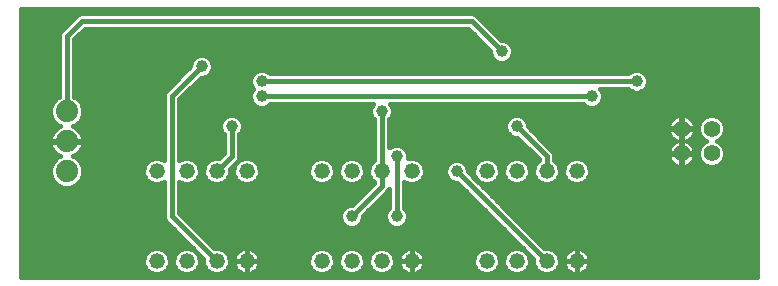
<source format=gbl>
G75*
%MOIN*%
%OFA0B0*%
%FSLAX24Y24*%
%IPPOS*%
%LPD*%
%AMOC8*
5,1,8,0,0,1.08239X$1,22.5*
%
%ADD10C,0.0520*%
%ADD11C,0.0554*%
%ADD12C,0.0740*%
%ADD13C,0.0160*%
%ADD14C,0.0396*%
D10*
X005180Y001180D03*
X006180Y001180D03*
X007180Y001180D03*
X008180Y001180D03*
X010680Y001180D03*
X011680Y001180D03*
X012680Y001180D03*
X013680Y001180D03*
X016180Y001180D03*
X017180Y001180D03*
X018180Y001180D03*
X019180Y001180D03*
X019180Y004180D03*
X018180Y004180D03*
X017180Y004180D03*
X016180Y004180D03*
X013680Y004180D03*
X012680Y004180D03*
X011680Y004180D03*
X010680Y004180D03*
X008180Y004180D03*
X007180Y004180D03*
X006180Y004180D03*
X005180Y004180D03*
D11*
X022680Y004770D03*
X023680Y004770D03*
X023680Y005600D03*
X022680Y005600D03*
D12*
X002180Y005180D03*
X002180Y006180D03*
X002180Y004180D03*
D13*
X000660Y000660D02*
X000660Y009570D01*
X025192Y009570D01*
X025192Y000660D01*
X000660Y000660D01*
X000660Y000814D02*
X004924Y000814D01*
X004931Y000807D02*
X005092Y000740D01*
X005268Y000740D01*
X005429Y000807D01*
X005553Y000931D01*
X005620Y001092D01*
X005620Y001268D01*
X005553Y001429D01*
X005429Y001553D01*
X005268Y001620D01*
X005092Y001620D01*
X004931Y001553D01*
X004807Y001429D01*
X004740Y001268D01*
X004740Y001092D01*
X004807Y000931D01*
X004931Y000807D01*
X004790Y000973D02*
X000660Y000973D01*
X000660Y001131D02*
X004740Y001131D01*
X004749Y001290D02*
X000660Y001290D01*
X000660Y001448D02*
X004826Y001448D01*
X005060Y001607D02*
X000660Y001607D01*
X000660Y001765D02*
X006227Y001765D01*
X006069Y001924D02*
X000660Y001924D01*
X000660Y002082D02*
X005910Y002082D01*
X005752Y002241D02*
X000660Y002241D01*
X000660Y002399D02*
X005593Y002399D01*
X005460Y002533D02*
X006740Y001252D01*
X006740Y001092D01*
X006807Y000931D01*
X006931Y000807D01*
X007092Y000740D01*
X007268Y000740D01*
X007429Y000807D01*
X007553Y000931D01*
X007620Y001092D01*
X007620Y001268D01*
X007553Y001429D01*
X007429Y001553D01*
X007268Y001620D01*
X007108Y001620D01*
X005940Y002788D01*
X005940Y003803D01*
X006092Y003740D01*
X006268Y003740D01*
X006429Y003807D01*
X006553Y003931D01*
X006620Y004092D01*
X006620Y004268D01*
X006553Y004429D01*
X006429Y004553D01*
X006268Y004620D01*
X006092Y004620D01*
X005940Y004557D01*
X005940Y006572D01*
X006670Y007302D01*
X006755Y007302D01*
X006894Y007359D01*
X007001Y007466D01*
X007058Y007605D01*
X007058Y007755D01*
X007001Y007894D01*
X006894Y008001D01*
X006755Y008058D01*
X006605Y008058D01*
X006466Y008001D01*
X006359Y007894D01*
X006302Y007755D01*
X006302Y007670D01*
X005460Y006827D01*
X005420Y006732D01*
X005420Y004557D01*
X005268Y004620D01*
X005092Y004620D01*
X004931Y004553D01*
X004807Y004429D01*
X004740Y004268D01*
X004740Y004092D01*
X004807Y003931D01*
X004931Y003807D01*
X005092Y003740D01*
X005268Y003740D01*
X005420Y003803D01*
X005420Y002628D01*
X005460Y002533D01*
X005449Y002558D02*
X000660Y002558D01*
X000660Y002716D02*
X005420Y002716D01*
X005420Y002875D02*
X000660Y002875D01*
X000660Y003033D02*
X005420Y003033D01*
X005420Y003192D02*
X000660Y003192D01*
X000660Y003350D02*
X005420Y003350D01*
X005420Y003509D02*
X000660Y003509D01*
X000660Y003667D02*
X001981Y003667D01*
X002071Y003630D02*
X001868Y003714D01*
X001714Y003868D01*
X001630Y004071D01*
X001630Y004289D01*
X001714Y004492D01*
X001868Y004646D01*
X001950Y004680D01*
X001892Y004710D01*
X001822Y004760D01*
X001760Y004822D01*
X001710Y004892D01*
X001670Y004969D01*
X001644Y005051D01*
X001630Y005137D01*
X001630Y005160D01*
X002160Y005160D01*
X002160Y005200D01*
X001630Y005200D01*
X001630Y005223D01*
X001644Y005309D01*
X001670Y005391D01*
X001710Y005468D01*
X001760Y005538D01*
X001822Y005600D01*
X001892Y005650D01*
X001950Y005680D01*
X001868Y005714D01*
X001714Y005868D01*
X001630Y006071D01*
X001630Y006289D01*
X001714Y006492D01*
X001868Y006646D01*
X001920Y006668D01*
X001920Y008732D01*
X001960Y008827D01*
X002460Y009327D01*
X002533Y009400D01*
X002628Y009440D01*
X015732Y009440D01*
X015827Y009400D01*
X016670Y008558D01*
X016755Y008558D01*
X016894Y008501D01*
X017001Y008394D01*
X017058Y008255D01*
X017058Y008105D01*
X025192Y008105D01*
X025192Y008264D02*
X017055Y008264D01*
X017058Y008105D02*
X017001Y007966D01*
X016894Y007859D01*
X016755Y007802D01*
X016605Y007802D01*
X016466Y007859D01*
X016359Y007966D01*
X016302Y008105D01*
X002440Y008105D01*
X002440Y008264D02*
X016229Y008264D01*
X016302Y008190D02*
X016302Y008105D01*
X016302Y008190D02*
X015572Y008920D01*
X002788Y008920D01*
X002440Y008572D01*
X002440Y006668D01*
X002492Y006646D01*
X002646Y006492D01*
X002730Y006289D01*
X002730Y006071D01*
X002646Y005868D01*
X002492Y005714D01*
X002410Y005680D01*
X002468Y005650D01*
X002538Y005600D01*
X002600Y005538D01*
X002650Y005468D01*
X002690Y005391D01*
X002716Y005309D01*
X002730Y005223D01*
X002730Y005200D01*
X002200Y005200D01*
X002200Y005160D01*
X002730Y005160D01*
X002730Y005137D01*
X002716Y005051D01*
X002690Y004969D01*
X002650Y004892D01*
X002600Y004822D01*
X002538Y004760D01*
X002468Y004710D01*
X002410Y004680D01*
X002492Y004646D01*
X002646Y004492D01*
X002730Y004289D01*
X002730Y004071D01*
X002646Y003868D01*
X002492Y003714D01*
X002289Y003630D01*
X002071Y003630D01*
X002379Y003667D02*
X005420Y003667D01*
X005940Y003667D02*
X012299Y003667D01*
X012420Y003788D02*
X011690Y003058D01*
X011605Y003058D01*
X011466Y003001D01*
X011359Y002894D01*
X011302Y002755D01*
X011302Y002605D01*
X011359Y002466D01*
X011466Y002359D01*
X011605Y002302D01*
X011755Y002302D01*
X011894Y002359D01*
X012001Y002466D01*
X012058Y002605D01*
X012058Y002690D01*
X012827Y003460D01*
X012900Y003533D01*
X012920Y003580D01*
X012920Y002955D01*
X012859Y002894D01*
X012802Y002755D01*
X012802Y002605D01*
X012859Y002466D01*
X012966Y002359D01*
X013105Y002302D01*
X013255Y002302D01*
X013394Y002359D01*
X013501Y002466D01*
X013558Y002605D01*
X013558Y002755D01*
X013501Y002894D01*
X013440Y002955D01*
X013440Y003803D01*
X013592Y003740D01*
X013768Y003740D01*
X013929Y003807D01*
X014053Y003931D01*
X014120Y004092D01*
X014120Y004268D01*
X014053Y004429D01*
X013929Y004553D01*
X013768Y004620D01*
X013592Y004620D01*
X013558Y004606D01*
X013558Y004755D01*
X013501Y004894D01*
X013394Y005001D01*
X013255Y005058D01*
X013105Y005058D01*
X012966Y005001D01*
X012940Y004975D01*
X012940Y005905D01*
X013001Y005966D01*
X013058Y006105D01*
X013058Y006255D01*
X013001Y006394D01*
X012975Y006420D01*
X019405Y006420D01*
X019466Y006359D01*
X019605Y006302D01*
X019755Y006302D01*
X019894Y006359D01*
X020001Y006466D01*
X020058Y006605D01*
X020058Y006755D01*
X020001Y006894D01*
X019975Y006920D01*
X020905Y006920D01*
X020966Y006859D01*
X021105Y006802D01*
X021255Y006802D01*
X021394Y006859D01*
X021501Y006966D01*
X021558Y007105D01*
X021558Y007255D01*
X021501Y007394D01*
X021394Y007501D01*
X021255Y007558D01*
X021105Y007558D01*
X020966Y007501D01*
X020905Y007440D01*
X008955Y007440D01*
X008894Y007501D01*
X008755Y007558D01*
X008605Y007558D01*
X008466Y007501D01*
X008359Y007394D01*
X008302Y007255D01*
X008302Y007105D01*
X008359Y006966D01*
X008395Y006930D01*
X008359Y006894D01*
X008302Y006755D01*
X008302Y006605D01*
X008359Y006466D01*
X008466Y006359D01*
X008605Y006302D01*
X008755Y006302D01*
X008894Y006359D01*
X008955Y006420D01*
X012385Y006420D01*
X012359Y006394D01*
X012302Y006255D01*
X012302Y006105D01*
X012359Y005966D01*
X012420Y005905D01*
X012420Y004542D01*
X012307Y004429D01*
X012240Y004268D01*
X012240Y004092D01*
X012307Y003931D01*
X012420Y003818D01*
X012420Y003788D01*
X012412Y003826D02*
X011948Y003826D01*
X011929Y003807D02*
X012053Y003931D01*
X012120Y004092D01*
X012120Y004268D01*
X012053Y004429D01*
X011929Y004553D01*
X011768Y004620D01*
X011592Y004620D01*
X011431Y004553D01*
X011307Y004429D01*
X011240Y004268D01*
X011240Y004092D01*
X011307Y003931D01*
X011431Y003807D01*
X011592Y003740D01*
X011768Y003740D01*
X011929Y003807D01*
X012075Y003984D02*
X012285Y003984D01*
X012240Y004143D02*
X012120Y004143D01*
X012106Y004301D02*
X012254Y004301D01*
X012337Y004460D02*
X012023Y004460D01*
X011772Y004618D02*
X012420Y004618D01*
X012420Y004777D02*
X007940Y004777D01*
X007940Y004935D02*
X012420Y004935D01*
X012420Y005094D02*
X007940Y005094D01*
X007940Y005252D02*
X012420Y005252D01*
X012420Y005411D02*
X007945Y005411D01*
X007940Y005405D02*
X008001Y005466D01*
X008058Y005605D01*
X008058Y005755D01*
X008001Y005894D01*
X007894Y006001D01*
X007755Y006058D01*
X007605Y006058D01*
X007466Y006001D01*
X007359Y005894D01*
X007302Y005755D01*
X007302Y005605D01*
X007359Y005466D01*
X007420Y005405D01*
X007420Y004788D01*
X007252Y004620D01*
X007092Y004620D01*
X006931Y004553D01*
X006807Y004429D01*
X006740Y004268D01*
X006740Y004092D01*
X006807Y003931D01*
X006931Y003807D01*
X007092Y003740D01*
X007268Y003740D01*
X007429Y003807D01*
X007553Y003931D01*
X007620Y004092D01*
X007620Y004252D01*
X007900Y004533D01*
X007940Y004628D01*
X007940Y005405D01*
X008043Y005569D02*
X012420Y005569D01*
X012420Y005728D02*
X008058Y005728D01*
X008004Y005886D02*
X012420Y005886D01*
X012327Y006045D02*
X007788Y006045D01*
X007572Y006045D02*
X005940Y006045D01*
X005940Y006203D02*
X012302Y006203D01*
X012346Y006362D02*
X008896Y006362D01*
X008464Y006362D02*
X005940Y006362D01*
X005940Y006520D02*
X008337Y006520D01*
X008302Y006679D02*
X006046Y006679D01*
X006205Y006837D02*
X008336Y006837D01*
X008680Y006680D02*
X019680Y006680D01*
X020058Y006679D02*
X025192Y006679D01*
X025192Y006837D02*
X021340Y006837D01*
X021020Y006837D02*
X020024Y006837D01*
X020023Y006520D02*
X025192Y006520D01*
X025192Y006362D02*
X019896Y006362D01*
X019464Y006362D02*
X013014Y006362D01*
X013058Y006203D02*
X025192Y006203D01*
X025192Y006045D02*
X023801Y006045D01*
X023771Y006057D02*
X023939Y005988D01*
X024068Y005859D01*
X024137Y005691D01*
X024137Y005509D01*
X024068Y005341D01*
X023939Y005212D01*
X023873Y005185D01*
X023939Y005158D01*
X024068Y005029D01*
X024137Y004861D01*
X024137Y004679D01*
X024068Y004511D01*
X023939Y004382D01*
X023771Y004313D01*
X023589Y004313D01*
X023421Y004382D01*
X023292Y004511D01*
X023223Y004679D01*
X023223Y004861D01*
X023292Y005029D01*
X023421Y005158D01*
X023487Y005185D01*
X023421Y005212D01*
X023292Y005341D01*
X023223Y005509D01*
X023223Y005691D01*
X023292Y005859D01*
X023421Y005988D01*
X023589Y006057D01*
X023771Y006057D01*
X023559Y006045D02*
X022791Y006045D01*
X022787Y006046D02*
X022716Y006057D01*
X022689Y006057D01*
X022689Y005609D01*
X022671Y005609D01*
X022671Y006057D01*
X022644Y006057D01*
X022573Y006046D01*
X022505Y006024D01*
X022440Y005991D01*
X022382Y005949D01*
X022331Y005898D01*
X022289Y005840D01*
X022256Y005775D01*
X022234Y005707D01*
X022223Y005636D01*
X022223Y005609D01*
X022671Y005609D01*
X022671Y005591D01*
X022223Y005591D01*
X022223Y005564D01*
X022234Y005493D01*
X022256Y005425D01*
X022289Y005360D01*
X022331Y005302D01*
X022382Y005251D01*
X022440Y005209D01*
X022487Y005185D01*
X022440Y005161D01*
X022382Y005119D01*
X022331Y005068D01*
X022289Y005010D01*
X022256Y004945D01*
X022234Y004877D01*
X022223Y004806D01*
X022223Y004779D01*
X022671Y004779D01*
X022671Y005227D01*
X022671Y005591D01*
X022689Y005591D01*
X022689Y005609D01*
X023137Y005609D01*
X023137Y005636D01*
X023126Y005707D01*
X023104Y005775D01*
X023071Y005840D01*
X023029Y005898D01*
X022978Y005949D01*
X022920Y005991D01*
X022855Y006024D01*
X022787Y006046D01*
X022689Y006045D02*
X022671Y006045D01*
X022569Y006045D02*
X017288Y006045D01*
X017255Y006058D02*
X017105Y006058D01*
X016966Y006001D01*
X016859Y005894D01*
X016802Y005755D01*
X016802Y005605D01*
X016859Y005466D01*
X016966Y005359D01*
X017105Y005302D01*
X017190Y005302D01*
X017920Y004572D01*
X017920Y004542D01*
X017807Y004429D01*
X017740Y004268D01*
X017740Y004092D01*
X017807Y003931D01*
X017931Y003807D01*
X018092Y003740D01*
X018268Y003740D01*
X018429Y003807D01*
X018553Y003931D01*
X018620Y004092D01*
X018620Y004268D01*
X018553Y004429D01*
X018440Y004542D01*
X018440Y004732D01*
X018400Y004827D01*
X018327Y004900D01*
X017558Y005670D01*
X017558Y005755D01*
X017501Y005894D01*
X017394Y006001D01*
X017255Y006058D01*
X017072Y006045D02*
X013033Y006045D01*
X012680Y006180D02*
X012680Y004180D01*
X012680Y003680D01*
X011680Y002680D01*
X012039Y002558D02*
X012821Y002558D01*
X012926Y002399D02*
X011934Y002399D01*
X011426Y002399D02*
X006329Y002399D01*
X006170Y002558D02*
X011321Y002558D01*
X011302Y002716D02*
X006012Y002716D01*
X005940Y002875D02*
X011351Y002875D01*
X011544Y003033D02*
X005940Y003033D01*
X005940Y003192D02*
X011824Y003192D01*
X011982Y003350D02*
X005940Y003350D01*
X005940Y003509D02*
X012141Y003509D01*
X012559Y003192D02*
X012920Y003192D01*
X012920Y003033D02*
X012401Y003033D01*
X012242Y002875D02*
X012851Y002875D01*
X012802Y002716D02*
X012084Y002716D01*
X013180Y002680D02*
X013180Y004680D01*
X013460Y004935D02*
X017557Y004935D01*
X017716Y004777D02*
X013549Y004777D01*
X013558Y004618D02*
X013588Y004618D01*
X013772Y004618D02*
X016088Y004618D01*
X016092Y004620D02*
X015931Y004553D01*
X015807Y004429D01*
X015740Y004268D01*
X015740Y004092D01*
X015807Y003931D01*
X015931Y003807D01*
X016092Y003740D01*
X016268Y003740D01*
X016429Y003807D01*
X016553Y003931D01*
X016620Y004092D01*
X016620Y004268D01*
X016553Y004429D01*
X016429Y004553D01*
X016268Y004620D01*
X016092Y004620D01*
X016272Y004618D02*
X017088Y004618D01*
X017092Y004620D02*
X016931Y004553D01*
X016807Y004429D01*
X016740Y004268D01*
X016740Y004092D01*
X016807Y003931D01*
X016931Y003807D01*
X017092Y003740D01*
X017268Y003740D01*
X017429Y003807D01*
X017553Y003931D01*
X017620Y004092D01*
X017620Y004268D01*
X017553Y004429D01*
X017429Y004553D01*
X017268Y004620D01*
X017092Y004620D01*
X017272Y004618D02*
X017874Y004618D01*
X017837Y004460D02*
X017523Y004460D01*
X017606Y004301D02*
X017754Y004301D01*
X017740Y004143D02*
X017620Y004143D01*
X017575Y003984D02*
X017785Y003984D01*
X017912Y003826D02*
X017448Y003826D01*
X016912Y003826D02*
X016448Y003826D01*
X016061Y003667D02*
X025192Y003667D01*
X025192Y003826D02*
X019448Y003826D01*
X019429Y003807D02*
X019553Y003931D01*
X019620Y004092D01*
X019620Y004268D01*
X019553Y004429D01*
X019429Y004553D01*
X019268Y004620D01*
X019092Y004620D01*
X018931Y004553D01*
X018807Y004429D01*
X018740Y004268D01*
X018740Y004092D01*
X018807Y003931D01*
X018931Y003807D01*
X019092Y003740D01*
X019268Y003740D01*
X019429Y003807D01*
X019575Y003984D02*
X025192Y003984D01*
X025192Y004143D02*
X019620Y004143D01*
X019606Y004301D02*
X025192Y004301D01*
X025192Y004460D02*
X024016Y004460D01*
X024112Y004618D02*
X025192Y004618D01*
X025192Y004777D02*
X024137Y004777D01*
X024106Y004935D02*
X025192Y004935D01*
X025192Y005094D02*
X024003Y005094D01*
X023979Y005252D02*
X025192Y005252D01*
X025192Y005411D02*
X024096Y005411D01*
X024137Y005569D02*
X025192Y005569D01*
X025192Y005728D02*
X024122Y005728D01*
X024041Y005886D02*
X025192Y005886D01*
X023319Y005886D02*
X023037Y005886D01*
X023119Y005728D02*
X023238Y005728D01*
X023223Y005569D02*
X023137Y005569D01*
X023137Y005564D02*
X023137Y005591D01*
X022689Y005591D01*
X022689Y004779D01*
X023137Y004779D01*
X023137Y004806D01*
X023126Y004877D01*
X023104Y004945D01*
X023071Y005010D01*
X023029Y005068D01*
X022978Y005119D01*
X022920Y005161D01*
X022873Y005185D01*
X022920Y005209D01*
X022978Y005251D01*
X023029Y005302D01*
X023071Y005360D01*
X023104Y005425D01*
X023126Y005493D01*
X023137Y005564D01*
X023097Y005411D02*
X023264Y005411D01*
X023381Y005252D02*
X022979Y005252D01*
X023003Y005094D02*
X023357Y005094D01*
X023254Y004935D02*
X023107Y004935D01*
X023223Y004777D02*
X022689Y004777D01*
X022689Y004779D02*
X022689Y004761D01*
X023137Y004761D01*
X023137Y004734D01*
X023126Y004663D01*
X023104Y004595D01*
X023071Y004530D01*
X023029Y004472D01*
X022978Y004421D01*
X022920Y004379D01*
X022855Y004346D01*
X022787Y004324D01*
X022716Y004313D01*
X022689Y004313D01*
X022689Y004761D01*
X022671Y004761D01*
X022223Y004761D01*
X022223Y004734D01*
X022234Y004663D01*
X022256Y004595D01*
X022289Y004530D01*
X022331Y004472D01*
X022382Y004421D01*
X022440Y004379D01*
X022505Y004346D01*
X022573Y004324D01*
X022644Y004313D01*
X022671Y004313D01*
X022671Y004761D01*
X022671Y004779D01*
X022689Y004779D01*
X022671Y004777D02*
X018421Y004777D01*
X018293Y004935D02*
X022253Y004935D01*
X022671Y004935D02*
X022689Y004935D01*
X022689Y005094D02*
X022671Y005094D01*
X022671Y005252D02*
X022689Y005252D01*
X022381Y005252D02*
X017976Y005252D01*
X018134Y005094D02*
X022357Y005094D01*
X022263Y005411D02*
X017817Y005411D01*
X017659Y005569D02*
X022223Y005569D01*
X022241Y005728D02*
X017558Y005728D01*
X017504Y005886D02*
X022323Y005886D01*
X022671Y005886D02*
X022689Y005886D01*
X022689Y005728D02*
X022671Y005728D01*
X022671Y005569D02*
X022689Y005569D01*
X022689Y005411D02*
X022671Y005411D01*
X022671Y004618D02*
X022689Y004618D01*
X022689Y004460D02*
X022671Y004460D01*
X022344Y004460D02*
X019523Y004460D01*
X019272Y004618D02*
X022249Y004618D01*
X023016Y004460D02*
X023344Y004460D01*
X023248Y004618D02*
X023111Y004618D01*
X025192Y003509D02*
X016219Y003509D01*
X016378Y003350D02*
X025192Y003350D01*
X025192Y003192D02*
X016536Y003192D01*
X016695Y003033D02*
X025192Y003033D01*
X025192Y002875D02*
X016853Y002875D01*
X017012Y002716D02*
X025192Y002716D01*
X025192Y002558D02*
X017170Y002558D01*
X017329Y002399D02*
X025192Y002399D01*
X025192Y002241D02*
X017487Y002241D01*
X017646Y002082D02*
X025192Y002082D01*
X025192Y001924D02*
X017804Y001924D01*
X017963Y001765D02*
X025192Y001765D01*
X025192Y001607D02*
X019291Y001607D01*
X019283Y001609D02*
X019215Y001620D01*
X019180Y001620D01*
X019180Y001180D01*
X019180Y001180D01*
X019620Y001180D01*
X019620Y001215D01*
X019609Y001283D01*
X019588Y001349D01*
X019556Y001411D01*
X019516Y001467D01*
X019467Y001516D01*
X019411Y001556D01*
X019349Y001588D01*
X019283Y001609D01*
X019180Y001607D02*
X019180Y001607D01*
X019180Y001620D02*
X019145Y001620D01*
X019077Y001609D01*
X019011Y001588D01*
X018949Y001556D01*
X018893Y001516D01*
X018844Y001467D01*
X018804Y001411D01*
X018772Y001349D01*
X018751Y001283D01*
X018740Y001215D01*
X018740Y001180D01*
X019180Y001180D01*
X019180Y001180D01*
X019180Y001180D01*
X019180Y001620D01*
X019069Y001607D02*
X018300Y001607D01*
X018268Y001620D02*
X018108Y001620D01*
X015558Y004170D01*
X015558Y004255D01*
X015501Y004394D01*
X015394Y004501D01*
X015255Y004558D01*
X015105Y004558D01*
X014966Y004501D01*
X014859Y004394D01*
X014802Y004255D01*
X014802Y004105D01*
X014859Y003966D01*
X014966Y003859D01*
X015105Y003802D01*
X015190Y003802D01*
X017740Y001252D01*
X017740Y001092D01*
X017807Y000931D01*
X017931Y000807D01*
X018092Y000740D01*
X018268Y000740D01*
X018429Y000807D01*
X018553Y000931D01*
X018620Y001092D01*
X018620Y001268D01*
X018553Y001429D01*
X018429Y001553D01*
X018268Y001620D01*
X018534Y001448D02*
X018831Y001448D01*
X018753Y001290D02*
X018611Y001290D01*
X018740Y001180D02*
X018740Y001145D01*
X018751Y001077D01*
X018772Y001011D01*
X018804Y000949D01*
X018844Y000893D01*
X018893Y000844D01*
X018949Y000804D01*
X019011Y000772D01*
X019077Y000751D01*
X019145Y000740D01*
X019180Y000740D01*
X019215Y000740D01*
X019283Y000751D01*
X019349Y000772D01*
X019411Y000804D01*
X019467Y000844D01*
X019516Y000893D01*
X019556Y000949D01*
X019588Y001011D01*
X019609Y001077D01*
X019620Y001145D01*
X019620Y001180D01*
X019180Y001180D01*
X019180Y000740D01*
X019180Y001180D01*
X019180Y001180D01*
X018740Y001180D01*
X018742Y001131D02*
X018620Y001131D01*
X018570Y000973D02*
X018792Y000973D01*
X018935Y000814D02*
X018436Y000814D01*
X017924Y000814D02*
X017436Y000814D01*
X017429Y000807D02*
X017553Y000931D01*
X017620Y001092D01*
X017620Y001268D01*
X017553Y001429D01*
X017429Y001553D01*
X017268Y001620D01*
X017092Y001620D01*
X016931Y001553D01*
X016807Y001429D01*
X016740Y001268D01*
X016740Y001092D01*
X016807Y000931D01*
X016931Y000807D01*
X017092Y000740D01*
X017268Y000740D01*
X017429Y000807D01*
X017570Y000973D02*
X017790Y000973D01*
X017740Y001131D02*
X017620Y001131D01*
X017611Y001290D02*
X017703Y001290D01*
X017544Y001448D02*
X017534Y001448D01*
X017386Y001607D02*
X017300Y001607D01*
X017060Y001607D02*
X016300Y001607D01*
X016268Y001620D02*
X016429Y001553D01*
X016553Y001429D01*
X016620Y001268D01*
X016620Y001092D01*
X016553Y000931D01*
X016429Y000807D01*
X016268Y000740D01*
X016092Y000740D01*
X015931Y000807D01*
X015807Y000931D01*
X015740Y001092D01*
X015740Y001268D01*
X015807Y001429D01*
X015931Y001553D01*
X016092Y001620D01*
X016268Y001620D01*
X016060Y001607D02*
X013791Y001607D01*
X013783Y001609D02*
X013715Y001620D01*
X013680Y001620D01*
X013680Y001180D01*
X013680Y001180D01*
X014120Y001180D01*
X014120Y001215D01*
X014109Y001283D01*
X014088Y001349D01*
X014056Y001411D01*
X014016Y001467D01*
X013967Y001516D01*
X013911Y001556D01*
X013849Y001588D01*
X013783Y001609D01*
X013680Y001607D02*
X013680Y001607D01*
X013680Y001620D02*
X013645Y001620D01*
X013577Y001609D01*
X013511Y001588D01*
X013449Y001556D01*
X013393Y001516D01*
X013344Y001467D01*
X013304Y001411D01*
X013272Y001349D01*
X013251Y001283D01*
X013240Y001215D01*
X013240Y001180D01*
X013680Y001180D01*
X013680Y001180D01*
X013680Y001180D01*
X013680Y001620D01*
X013569Y001607D02*
X012800Y001607D01*
X012768Y001620D02*
X012592Y001620D01*
X012431Y001553D01*
X012307Y001429D01*
X012240Y001268D01*
X012240Y001092D01*
X012307Y000931D01*
X012431Y000807D01*
X012592Y000740D01*
X012768Y000740D01*
X012929Y000807D01*
X013053Y000931D01*
X013120Y001092D01*
X013120Y001268D01*
X013053Y001429D01*
X012929Y001553D01*
X012768Y001620D01*
X012560Y001607D02*
X011800Y001607D01*
X011768Y001620D02*
X011592Y001620D01*
X011431Y001553D01*
X011307Y001429D01*
X011240Y001268D01*
X011240Y001092D01*
X011307Y000931D01*
X011431Y000807D01*
X011592Y000740D01*
X011768Y000740D01*
X011929Y000807D01*
X012053Y000931D01*
X012120Y001092D01*
X012120Y001268D01*
X012053Y001429D01*
X011929Y001553D01*
X011768Y001620D01*
X011560Y001607D02*
X010800Y001607D01*
X010768Y001620D02*
X010592Y001620D01*
X010431Y001553D01*
X010307Y001429D01*
X010240Y001268D01*
X010240Y001092D01*
X010307Y000931D01*
X010431Y000807D01*
X010592Y000740D01*
X010768Y000740D01*
X010929Y000807D01*
X011053Y000931D01*
X011120Y001092D01*
X011120Y001268D01*
X011053Y001429D01*
X010929Y001553D01*
X010768Y001620D01*
X010560Y001607D02*
X008291Y001607D01*
X008283Y001609D02*
X008215Y001620D01*
X008180Y001620D01*
X008180Y001180D01*
X008180Y001180D01*
X008620Y001180D01*
X008620Y001215D01*
X008609Y001283D01*
X008588Y001349D01*
X008556Y001411D01*
X008516Y001467D01*
X008467Y001516D01*
X008411Y001556D01*
X008349Y001588D01*
X008283Y001609D01*
X008180Y001607D02*
X008180Y001607D01*
X008180Y001620D02*
X008145Y001620D01*
X008077Y001609D01*
X008011Y001588D01*
X007949Y001556D01*
X007893Y001516D01*
X007844Y001467D01*
X007804Y001411D01*
X007772Y001349D01*
X007751Y001283D01*
X007740Y001215D01*
X007740Y001180D01*
X008180Y001180D01*
X008180Y001180D01*
X008180Y001180D01*
X008180Y001620D01*
X008069Y001607D02*
X007300Y001607D01*
X007534Y001448D02*
X007831Y001448D01*
X007753Y001290D02*
X007611Y001290D01*
X007740Y001180D02*
X007740Y001145D01*
X007751Y001077D01*
X007772Y001011D01*
X007804Y000949D01*
X007844Y000893D01*
X007893Y000844D01*
X007949Y000804D01*
X008011Y000772D01*
X008077Y000751D01*
X008145Y000740D01*
X008180Y000740D01*
X008215Y000740D01*
X008283Y000751D01*
X008349Y000772D01*
X008411Y000804D01*
X008467Y000844D01*
X008516Y000893D01*
X008556Y000949D01*
X008588Y001011D01*
X008609Y001077D01*
X008620Y001145D01*
X008620Y001180D01*
X008180Y001180D01*
X008180Y000740D01*
X008180Y001180D01*
X008180Y001180D01*
X007740Y001180D01*
X007742Y001131D02*
X007620Y001131D01*
X007570Y000973D02*
X007792Y000973D01*
X008180Y000973D02*
X008180Y000973D01*
X008180Y001131D02*
X008180Y001131D01*
X008180Y001290D02*
X008180Y001290D01*
X008180Y001448D02*
X008180Y001448D01*
X008529Y001448D02*
X010326Y001448D01*
X010249Y001290D02*
X008607Y001290D01*
X008618Y001131D02*
X010240Y001131D01*
X010290Y000973D02*
X008568Y000973D01*
X008425Y000814D02*
X010424Y000814D01*
X010936Y000814D02*
X011424Y000814D01*
X011290Y000973D02*
X011070Y000973D01*
X011120Y001131D02*
X011240Y001131D01*
X011249Y001290D02*
X011111Y001290D01*
X011034Y001448D02*
X011326Y001448D01*
X012034Y001448D02*
X012326Y001448D01*
X012249Y001290D02*
X012111Y001290D01*
X012120Y001131D02*
X012240Y001131D01*
X012290Y000973D02*
X012070Y000973D01*
X011936Y000814D02*
X012424Y000814D01*
X012936Y000814D02*
X013435Y000814D01*
X013449Y000804D02*
X013393Y000844D01*
X013344Y000893D01*
X013304Y000949D01*
X013272Y001011D01*
X013251Y001077D01*
X013240Y001145D01*
X013240Y001180D01*
X013680Y001180D01*
X014120Y001180D01*
X014120Y001145D01*
X014109Y001077D01*
X014088Y001011D01*
X014056Y000949D01*
X014016Y000893D01*
X013967Y000844D01*
X013911Y000804D01*
X013849Y000772D01*
X013783Y000751D01*
X013715Y000740D01*
X013680Y000740D01*
X013680Y001180D01*
X013680Y001180D01*
X013680Y000740D01*
X013645Y000740D01*
X013577Y000751D01*
X013511Y000772D01*
X013449Y000804D01*
X013680Y000814D02*
X013680Y000814D01*
X013925Y000814D02*
X015924Y000814D01*
X015790Y000973D02*
X014068Y000973D01*
X014118Y001131D02*
X015740Y001131D01*
X015749Y001290D02*
X014107Y001290D01*
X014029Y001448D02*
X015826Y001448D01*
X016534Y001448D02*
X016826Y001448D01*
X016749Y001290D02*
X016611Y001290D01*
X016620Y001131D02*
X016740Y001131D01*
X016790Y000973D02*
X016570Y000973D01*
X016436Y000814D02*
X016924Y000814D01*
X018180Y001180D02*
X015180Y004180D01*
X014821Y004301D02*
X014106Y004301D01*
X014120Y004143D02*
X014802Y004143D01*
X014852Y003984D02*
X014075Y003984D01*
X013948Y003826D02*
X015048Y003826D01*
X015325Y003667D02*
X013440Y003667D01*
X013440Y003509D02*
X015484Y003509D01*
X015642Y003350D02*
X013440Y003350D01*
X013440Y003192D02*
X015801Y003192D01*
X015959Y003033D02*
X013440Y003033D01*
X013509Y002875D02*
X016118Y002875D01*
X016276Y002716D02*
X013558Y002716D01*
X013539Y002558D02*
X016435Y002558D01*
X016593Y002399D02*
X013434Y002399D01*
X012920Y003350D02*
X012718Y003350D01*
X012876Y003509D02*
X012920Y003509D01*
X011412Y003826D02*
X010948Y003826D01*
X010929Y003807D02*
X011053Y003931D01*
X011120Y004092D01*
X011120Y004268D01*
X011053Y004429D01*
X010929Y004553D01*
X010768Y004620D01*
X010592Y004620D01*
X010431Y004553D01*
X010307Y004429D01*
X010240Y004268D01*
X010240Y004092D01*
X010307Y003931D01*
X010431Y003807D01*
X010592Y003740D01*
X010768Y003740D01*
X010929Y003807D01*
X011075Y003984D02*
X011285Y003984D01*
X011240Y004143D02*
X011120Y004143D01*
X011106Y004301D02*
X011254Y004301D01*
X011337Y004460D02*
X011023Y004460D01*
X010772Y004618D02*
X011588Y004618D01*
X010588Y004618D02*
X008272Y004618D01*
X008268Y004620D02*
X008092Y004620D01*
X007931Y004553D01*
X007807Y004429D01*
X007740Y004268D01*
X007740Y004092D01*
X007807Y003931D01*
X007931Y003807D01*
X008092Y003740D01*
X008268Y003740D01*
X008429Y003807D01*
X008553Y003931D01*
X008620Y004092D01*
X008620Y004268D01*
X008553Y004429D01*
X008429Y004553D01*
X008268Y004620D01*
X008088Y004618D02*
X007936Y004618D01*
X007837Y004460D02*
X007827Y004460D01*
X007754Y004301D02*
X007669Y004301D01*
X007620Y004143D02*
X007740Y004143D01*
X007785Y003984D02*
X007575Y003984D01*
X007448Y003826D02*
X007912Y003826D01*
X008448Y003826D02*
X010412Y003826D01*
X010285Y003984D02*
X008575Y003984D01*
X008620Y004143D02*
X010240Y004143D01*
X010254Y004301D02*
X008606Y004301D01*
X008523Y004460D02*
X010337Y004460D01*
X007680Y004680D02*
X007180Y004180D01*
X006740Y004143D02*
X006620Y004143D01*
X006575Y003984D02*
X006785Y003984D01*
X006912Y003826D02*
X006448Y003826D01*
X006606Y004301D02*
X006754Y004301D01*
X006837Y004460D02*
X006523Y004460D01*
X006272Y004618D02*
X007088Y004618D01*
X007409Y004777D02*
X005940Y004777D01*
X005940Y004935D02*
X007420Y004935D01*
X007420Y005094D02*
X005940Y005094D01*
X005940Y005252D02*
X007420Y005252D01*
X007415Y005411D02*
X005940Y005411D01*
X005940Y005569D02*
X007317Y005569D01*
X007680Y005680D02*
X007680Y004680D01*
X006088Y004618D02*
X005940Y004618D01*
X005420Y004618D02*
X005272Y004618D01*
X005088Y004618D02*
X002520Y004618D01*
X002660Y004460D02*
X004837Y004460D01*
X004754Y004301D02*
X002725Y004301D01*
X002730Y004143D02*
X004740Y004143D01*
X004785Y003984D02*
X002694Y003984D01*
X002603Y003826D02*
X004912Y003826D01*
X005420Y004777D02*
X002554Y004777D01*
X002672Y004935D02*
X005420Y004935D01*
X005420Y005094D02*
X002723Y005094D01*
X002725Y005252D02*
X005420Y005252D01*
X005420Y005411D02*
X002680Y005411D01*
X002569Y005569D02*
X005420Y005569D01*
X005420Y005728D02*
X002505Y005728D01*
X002654Y005886D02*
X005420Y005886D01*
X005420Y006045D02*
X002719Y006045D01*
X002730Y006203D02*
X005420Y006203D01*
X005420Y006362D02*
X002700Y006362D01*
X002618Y006520D02*
X005420Y006520D01*
X005420Y006679D02*
X002440Y006679D01*
X002440Y006837D02*
X005469Y006837D01*
X005680Y006680D02*
X006680Y007680D01*
X006315Y007788D02*
X002440Y007788D01*
X002440Y007947D02*
X006412Y007947D01*
X006948Y007947D02*
X016379Y007947D01*
X016680Y008180D02*
X015680Y009180D01*
X002680Y009180D01*
X002180Y008680D01*
X002180Y006180D01*
X001630Y006203D02*
X000660Y006203D01*
X000660Y006045D02*
X001641Y006045D01*
X001706Y005886D02*
X000660Y005886D01*
X000660Y005728D02*
X001855Y005728D01*
X001791Y005569D02*
X000660Y005569D01*
X000660Y005411D02*
X001680Y005411D01*
X001635Y005252D02*
X000660Y005252D01*
X000660Y005094D02*
X001637Y005094D01*
X001688Y004935D02*
X000660Y004935D01*
X000660Y004777D02*
X001806Y004777D01*
X001840Y004618D02*
X000660Y004618D01*
X000660Y004460D02*
X001700Y004460D01*
X001635Y004301D02*
X000660Y004301D01*
X000660Y004143D02*
X001630Y004143D01*
X001666Y003984D02*
X000660Y003984D01*
X000660Y003826D02*
X001757Y003826D01*
X005680Y002680D02*
X007180Y001180D01*
X006740Y001131D02*
X006620Y001131D01*
X006620Y001092D02*
X006553Y000931D01*
X006429Y000807D01*
X006268Y000740D01*
X006092Y000740D01*
X005931Y000807D01*
X005807Y000931D01*
X005740Y001092D01*
X005740Y001268D01*
X005807Y001429D01*
X005931Y001553D01*
X006092Y001620D01*
X006268Y001620D01*
X006429Y001553D01*
X006553Y001429D01*
X006620Y001268D01*
X006620Y001092D01*
X006570Y000973D02*
X006790Y000973D01*
X006924Y000814D02*
X006436Y000814D01*
X005924Y000814D02*
X005436Y000814D01*
X005570Y000973D02*
X005790Y000973D01*
X005740Y001131D02*
X005620Y001131D01*
X005611Y001290D02*
X005749Y001290D01*
X005826Y001448D02*
X005534Y001448D01*
X005300Y001607D02*
X006060Y001607D01*
X006300Y001607D02*
X006386Y001607D01*
X006534Y001448D02*
X006544Y001448D01*
X006611Y001290D02*
X006703Y001290D01*
X006963Y001765D02*
X017227Y001765D01*
X017069Y001924D02*
X006804Y001924D01*
X006646Y002082D02*
X016910Y002082D01*
X016752Y002241D02*
X006487Y002241D01*
X005680Y002680D02*
X005680Y006680D01*
X005628Y006996D02*
X002440Y006996D01*
X002440Y007154D02*
X005786Y007154D01*
X005945Y007313D02*
X002440Y007313D01*
X002440Y007471D02*
X006103Y007471D01*
X006262Y007630D02*
X002440Y007630D01*
X001920Y007630D02*
X000660Y007630D01*
X000660Y007471D02*
X001920Y007471D01*
X001920Y007313D02*
X000660Y007313D01*
X000660Y007154D02*
X001920Y007154D01*
X001920Y006996D02*
X000660Y006996D01*
X000660Y006837D02*
X001920Y006837D01*
X001920Y006679D02*
X000660Y006679D01*
X000660Y006520D02*
X001742Y006520D01*
X001660Y006362D02*
X000660Y006362D01*
X000660Y007788D02*
X001920Y007788D01*
X001920Y007947D02*
X000660Y007947D01*
X000660Y008105D02*
X001920Y008105D01*
X001920Y008264D02*
X000660Y008264D01*
X000660Y008422D02*
X001920Y008422D01*
X001920Y008581D02*
X000660Y008581D01*
X000660Y008739D02*
X001923Y008739D01*
X002030Y008898D02*
X000660Y008898D01*
X000660Y009056D02*
X002188Y009056D01*
X002347Y009215D02*
X000660Y009215D01*
X000660Y009373D02*
X002505Y009373D01*
X002765Y008898D02*
X015595Y008898D01*
X015753Y008739D02*
X002607Y008739D01*
X002448Y008581D02*
X015912Y008581D01*
X016070Y008422D02*
X002440Y008422D01*
X000660Y009532D02*
X025192Y009532D01*
X025192Y009373D02*
X015855Y009373D01*
X016013Y009215D02*
X025192Y009215D01*
X025192Y009056D02*
X016172Y009056D01*
X016330Y008898D02*
X025192Y008898D01*
X025192Y008739D02*
X016489Y008739D01*
X016647Y008581D02*
X025192Y008581D01*
X025192Y008422D02*
X016973Y008422D01*
X016981Y007947D02*
X025192Y007947D01*
X025192Y007788D02*
X007045Y007788D01*
X007058Y007630D02*
X025192Y007630D01*
X025192Y007471D02*
X021424Y007471D01*
X021534Y007313D02*
X025192Y007313D01*
X025192Y007154D02*
X021558Y007154D01*
X021513Y006996D02*
X025192Y006996D01*
X021180Y007180D02*
X008680Y007180D01*
X008326Y007313D02*
X006781Y007313D01*
X006522Y007154D02*
X008302Y007154D01*
X008347Y006996D02*
X006363Y006996D01*
X007003Y007471D02*
X008436Y007471D01*
X008924Y007471D02*
X020936Y007471D01*
X016856Y005886D02*
X012940Y005886D01*
X012940Y005728D02*
X016802Y005728D01*
X016817Y005569D02*
X012940Y005569D01*
X012940Y005411D02*
X016915Y005411D01*
X017240Y005252D02*
X012940Y005252D01*
X012940Y005094D02*
X017399Y005094D01*
X017180Y005680D02*
X018180Y004680D01*
X018180Y004180D01*
X018606Y004301D02*
X018754Y004301D01*
X018740Y004143D02*
X018620Y004143D01*
X018575Y003984D02*
X018785Y003984D01*
X018912Y003826D02*
X018448Y003826D01*
X018523Y004460D02*
X018837Y004460D01*
X019088Y004618D02*
X018440Y004618D01*
X016837Y004460D02*
X016523Y004460D01*
X016606Y004301D02*
X016754Y004301D01*
X016740Y004143D02*
X016620Y004143D01*
X016575Y003984D02*
X016785Y003984D01*
X015912Y003826D02*
X015902Y003826D01*
X015785Y003984D02*
X015744Y003984D01*
X015740Y004143D02*
X015585Y004143D01*
X015539Y004301D02*
X015754Y004301D01*
X015837Y004460D02*
X015435Y004460D01*
X014925Y004460D02*
X014023Y004460D01*
X007356Y005886D02*
X005940Y005886D01*
X005940Y005728D02*
X007302Y005728D01*
X013034Y001448D02*
X013331Y001448D01*
X013253Y001290D02*
X013111Y001290D01*
X013120Y001131D02*
X013242Y001131D01*
X013292Y000973D02*
X013070Y000973D01*
X013680Y000973D02*
X013680Y000973D01*
X013680Y001131D02*
X013680Y001131D01*
X013680Y001290D02*
X013680Y001290D01*
X013680Y001448D02*
X013680Y001448D01*
X008180Y000814D02*
X008180Y000814D01*
X007935Y000814D02*
X007436Y000814D01*
X019180Y000814D02*
X019180Y000814D01*
X019425Y000814D02*
X025192Y000814D01*
X025192Y000973D02*
X019568Y000973D01*
X019618Y001131D02*
X025192Y001131D01*
X025192Y001290D02*
X019607Y001290D01*
X019529Y001448D02*
X025192Y001448D01*
X019180Y001448D02*
X019180Y001448D01*
X019180Y001290D02*
X019180Y001290D01*
X019180Y001131D02*
X019180Y001131D01*
X019180Y000973D02*
X019180Y000973D01*
D14*
X013180Y002680D03*
X011680Y002680D03*
X015180Y004180D03*
X013180Y004680D03*
X012680Y006180D03*
X008680Y006680D03*
X008680Y007180D03*
X006680Y007680D03*
X007680Y005680D03*
X016680Y008180D03*
X019680Y006680D03*
X021180Y007180D03*
X017180Y005680D03*
M02*

</source>
